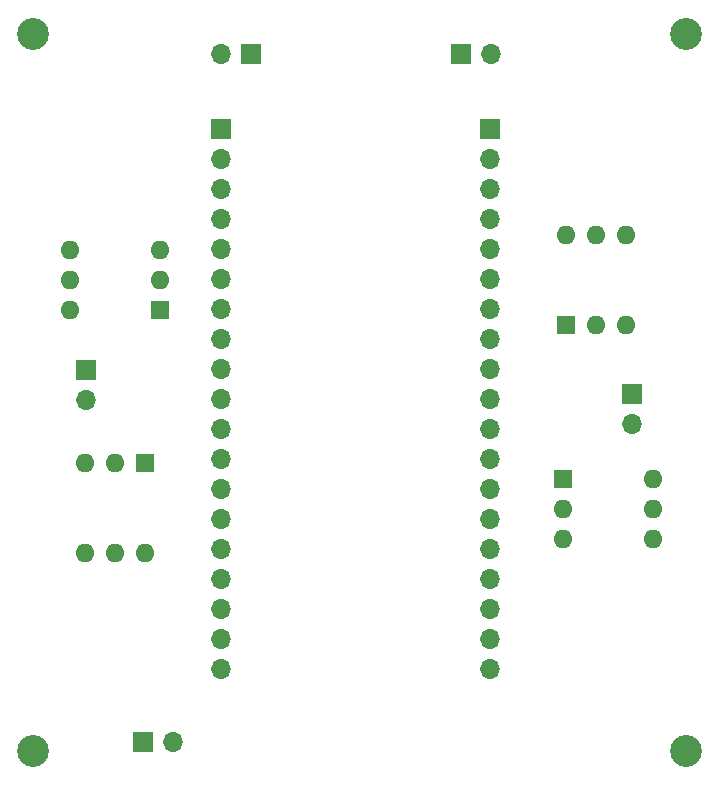
<source format=gbs>
G04 #@! TF.GenerationSoftware,KiCad,Pcbnew,(6.0.2)*
G04 #@! TF.CreationDate,2022-12-04T09:30:56-08:00*
G04 #@! TF.ProjectId,robot_pcb,726f626f-745f-4706-9362-2e6b69636164,rev?*
G04 #@! TF.SameCoordinates,Original*
G04 #@! TF.FileFunction,Soldermask,Bot*
G04 #@! TF.FilePolarity,Negative*
%FSLAX46Y46*%
G04 Gerber Fmt 4.6, Leading zero omitted, Abs format (unit mm)*
G04 Created by KiCad (PCBNEW (6.0.2)) date 2022-12-04 09:30:56*
%MOMM*%
%LPD*%
G01*
G04 APERTURE LIST*
%ADD10R,1.700000X1.700000*%
%ADD11O,1.700000X1.700000*%
%ADD12C,2.700000*%
%ADD13R,1.600000X1.600000*%
%ADD14O,1.600000X1.600000*%
G04 APERTURE END LIST*
D10*
X106421000Y-107188000D03*
D11*
X108961000Y-107188000D03*
D10*
X113030000Y-55255000D03*
D11*
X113030000Y-57795000D03*
X113030000Y-60335000D03*
X113030000Y-62875000D03*
X113030000Y-65415000D03*
X113030000Y-67955000D03*
X113030000Y-70495000D03*
X113030000Y-73035000D03*
X113030000Y-75575000D03*
X113030000Y-78115000D03*
X113030000Y-80655000D03*
X113030000Y-83195000D03*
X113030000Y-85735000D03*
X113030000Y-88275000D03*
X113030000Y-90815000D03*
X113030000Y-93355000D03*
X113030000Y-95895000D03*
X113030000Y-98435000D03*
X113030000Y-100975000D03*
D12*
X97155000Y-47244000D03*
D10*
X115570000Y-48895000D03*
D11*
X113030000Y-48895000D03*
D13*
X142255000Y-71872000D03*
D14*
X144795000Y-71872000D03*
X147335000Y-71872000D03*
X147335000Y-64252000D03*
X144795000Y-64252000D03*
X142255000Y-64252000D03*
D10*
X135830000Y-55245000D03*
D11*
X135830000Y-57785000D03*
X135830000Y-60325000D03*
X135830000Y-62865000D03*
X135830000Y-65405000D03*
X135830000Y-67945000D03*
X135830000Y-70485000D03*
X135830000Y-73025000D03*
X135830000Y-75565000D03*
X135830000Y-78105000D03*
X135830000Y-80645000D03*
X135830000Y-83185000D03*
X135830000Y-85725000D03*
X135830000Y-88265000D03*
X135830000Y-90805000D03*
X135830000Y-93345000D03*
X135830000Y-95885000D03*
X135830000Y-98425000D03*
X135830000Y-100965000D03*
D12*
X152400000Y-47244000D03*
D13*
X107940000Y-70597000D03*
D14*
X107940000Y-68057000D03*
X107940000Y-65517000D03*
X100320000Y-65517000D03*
X100320000Y-68057000D03*
X100320000Y-70597000D03*
D12*
X97155000Y-107950000D03*
D13*
X141996000Y-84851000D03*
D14*
X141996000Y-87391000D03*
X141996000Y-89931000D03*
X149616000Y-89931000D03*
X149616000Y-87391000D03*
X149616000Y-84851000D03*
D10*
X133350000Y-48895000D03*
D11*
X135890000Y-48895000D03*
D12*
X152400000Y-107950000D03*
D10*
X101600000Y-75692000D03*
D11*
X101600000Y-78232000D03*
D10*
X147828000Y-77724000D03*
D11*
X147828000Y-80264000D03*
D13*
X106665000Y-83576000D03*
D14*
X104125000Y-83576000D03*
X101585000Y-83576000D03*
X101585000Y-91196000D03*
X104125000Y-91196000D03*
X106665000Y-91196000D03*
M02*

</source>
